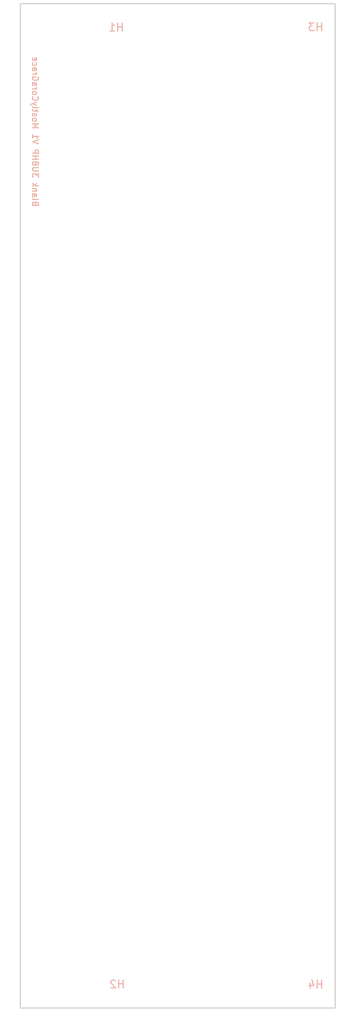
<source format=kicad_pcb>
(kicad_pcb (version 20240108) (generator "pcbnew") (generator_version "8.0")
  (layers (0 "F.Cu" signal) (31 "B.Cu" signal) (34 "B.Paste" user) (35 "F.Paste" user) (36 "B.SilkS" user "B.Silkscreen") (37 "F.SilkS" user "F.Silkscreen") (38 "B.Mask" user) (39 "F.Mask" user) (44 "Edge.Cuts" user))
  (net 0 "")
  (footprint "EXC:MountingHole_3.2mm_M3" (layer "B.Cu") (at 33.02 5.425 180)
    (property "Reference" "H3" (at -3.683 0 0) (layer "B.SilkS") (effects (justify right mirror)))
    (property "Value" "Eurorack_M3_MountingHole")
    (pad "" np_thru_hole oval (at 0 0 180) (size 4.8 3.2) (drill oval 4.8 3.2) (layers "F&B.Cu" "*.Mask"))
  )
  (footprint "EXC:MountingHole_3.2mm_M3" (layer "B.Cu") (at 7.62 5.425 180)
    (property "Reference" "H1" (at -3.556 -0.036 0) (layer "B.SilkS") (effects (justify right mirror)))
    (property "Value" "Eurorack_M3_MountingHole")
    (pad "" np_thru_hole oval (at 0 0 180) (size 4.8 3.2) (drill oval 4.8 3.2) (layers "F&B.Cu" "*.Mask"))
  )
  (footprint "EXC:MountingHole_3.2mm_M3" (layer "B.Cu") (at 33.02 127.925 180)
    (property "Reference" "H4" (at -3.683 0 0) (layer "B.SilkS") (effects (justify right mirror)))
    (property "Value" "Eurorack_M3_MountingHole")
    (pad "" np_thru_hole oval (at 0 0 180) (size 4.8 3.2) (drill oval 4.8 3.2) (layers "F&B.Cu" "*.Mask"))
  )
  (footprint "EXC:MountingHole_3.2mm_M3" (layer "B.Cu") (at 7.62 127.925 180)
    (property "Reference" "H2" (at -3.683 0.036 0) (layer "B.SilkS") (effects (justify right mirror)))
    (property "Value" "Eurorack_M3_MountingHole")
    (pad "" np_thru_hole oval (at 0 0 180) (size 4.8 3.2) (drill oval 4.8 3.2) (layers "F&B.Cu" "*.Mask"))
  )
  (gr_rect (start 0 2.425) (end 40.3 130.925) (stroke (width 0.15)) (fill none) (layer "Edge.Cuts"))
  (gr_text "Blank 3U8HP V1 MostlyCoraGrace" (at 1.905 18.796 270) (layer "B.SilkS") (effects (font (size 0.75 0.75) (thickness 0.15) (bold yes)) (justify mirror)))
)
</source>
